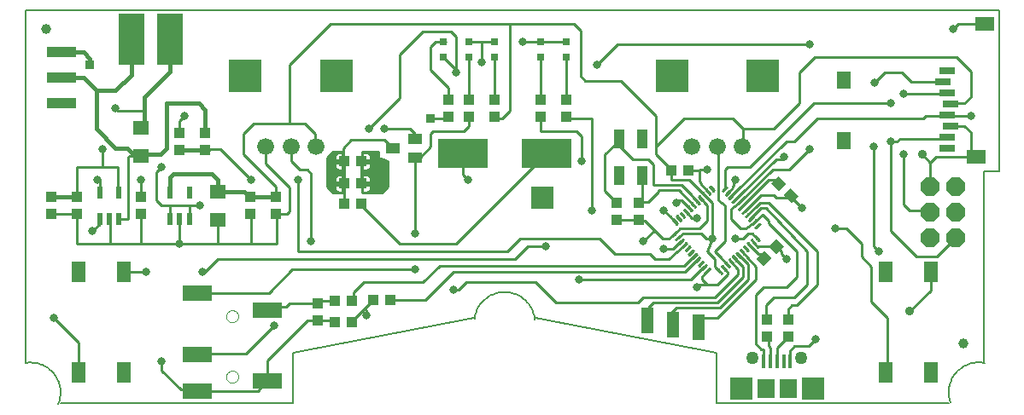
<source format=gtl>
G75*
%MOIN*%
%OFA0B0*%
%FSLAX24Y24*%
%IPPOS*%
%LPD*%
%AMOC8*
5,1,8,0,0,1.08239X$1,22.5*
%
%ADD10C,0.0080*%
%ADD11C,0.0079*%
%ADD12R,0.0900X0.0900*%
%ADD13OC8,0.0740*%
%ADD14R,0.0394X0.0433*%
%ADD15R,0.0315X0.0315*%
%ADD16R,0.0217X0.0472*%
%ADD17R,0.0433X0.0394*%
%ADD18C,0.0100*%
%ADD19R,0.0433X0.0748*%
%ADD20R,0.0630X0.0551*%
%ADD21R,0.0551X0.0827*%
%ADD22C,0.0660*%
%ADD23R,0.1260X0.1260*%
%ADD24R,0.1969X0.1181*%
%ADD25R,0.0500X0.1000*%
%ADD26R,0.0748X0.0551*%
%ADD27R,0.0551X0.0709*%
%ADD28R,0.0591X0.0276*%
%ADD29R,0.0551X0.0394*%
%ADD30R,0.1181X0.0394*%
%ADD31R,0.0157X0.0531*%
%ADD32R,0.0709X0.0748*%
%ADD33C,0.0502*%
%ADD34R,0.0886X0.0886*%
%ADD35R,0.1000X0.2000*%
%ADD36R,0.1181X0.0591*%
%ADD37C,0.0000*%
%ADD38C,0.0394*%
%ADD39C,0.0100*%
%ADD40C,0.0317*%
%ADD41C,0.0356*%
%ADD42C,0.0160*%
%ADD43R,0.0356X0.0356*%
D10*
X001687Y016424D02*
X039679Y016424D01*
D11*
X002967Y001023D02*
X002990Y001086D01*
X003010Y001151D01*
X003026Y001217D01*
X003039Y001283D01*
X003047Y001350D01*
X003052Y001417D01*
X003053Y001485D01*
X003050Y001552D01*
X003043Y001620D01*
X003032Y001686D01*
X003018Y001752D01*
X003000Y001818D01*
X002978Y001881D01*
X002952Y001944D01*
X002923Y002005D01*
X002891Y002064D01*
X002855Y002122D01*
X002816Y002177D01*
X002774Y002230D01*
X002728Y002280D01*
X002681Y002328D01*
X002630Y002373D01*
X002577Y002414D01*
X002522Y002453D01*
X002464Y002489D01*
X002405Y002521D01*
X002344Y002550D01*
X002281Y002575D01*
X002217Y002597D01*
X002152Y002615D01*
X002086Y002629D01*
X002019Y002640D01*
X001952Y002646D01*
X001884Y002649D01*
X001817Y002648D01*
X001749Y002643D01*
X001682Y002634D01*
X001687Y002645D02*
X001687Y016424D01*
X012120Y003038D02*
X019203Y004382D01*
X019211Y004376D02*
X019221Y004443D01*
X019236Y004509D01*
X019254Y004575D01*
X019276Y004639D01*
X019302Y004701D01*
X019331Y004763D01*
X019363Y004822D01*
X019399Y004879D01*
X019438Y004935D01*
X019481Y004988D01*
X019526Y005038D01*
X019574Y005086D01*
X019624Y005131D01*
X019678Y005173D01*
X019733Y005212D01*
X019791Y005247D01*
X019850Y005280D01*
X019911Y005309D01*
X019974Y005334D01*
X020038Y005355D01*
X020104Y005373D01*
X020170Y005387D01*
X020237Y005398D01*
X020304Y005404D01*
X020372Y005407D01*
X020440Y005406D01*
X020507Y005401D01*
X020574Y005392D01*
X020641Y005379D01*
X020707Y005362D01*
X020771Y005342D01*
X020835Y005318D01*
X020896Y005290D01*
X020957Y005259D01*
X021015Y005225D01*
X021071Y005187D01*
X021125Y005146D01*
X021177Y005102D01*
X021226Y005055D01*
X021272Y005006D01*
X021315Y004954D01*
X021355Y004899D01*
X021392Y004843D01*
X021426Y004784D01*
X021456Y004723D01*
X021483Y004661D01*
X021507Y004597D01*
X021526Y004533D01*
X021542Y004467D01*
X021554Y004400D01*
X021562Y004333D01*
X021603Y004382D02*
X028656Y003038D01*
X028656Y001070D01*
X037711Y001070D01*
X037784Y001088D02*
X037763Y001152D01*
X037747Y001216D01*
X037734Y001282D01*
X037724Y001348D01*
X037719Y001414D01*
X037717Y001481D01*
X037719Y001547D01*
X037725Y001614D01*
X037734Y001680D01*
X037747Y001745D01*
X037764Y001809D01*
X037785Y001873D01*
X037809Y001935D01*
X037837Y001996D01*
X037867Y002055D01*
X037902Y002112D01*
X037939Y002167D01*
X037980Y002220D01*
X038023Y002270D01*
X038069Y002318D01*
X038118Y002364D01*
X038169Y002406D01*
X038223Y002446D01*
X038279Y002482D01*
X038337Y002515D01*
X038396Y002545D01*
X038457Y002571D01*
X038520Y002594D01*
X038584Y002614D01*
X038649Y002629D01*
X038714Y002641D01*
X038780Y002650D01*
X038847Y002654D01*
X038913Y002655D01*
X038980Y002652D01*
X039046Y002645D01*
X039112Y002634D01*
X039089Y002645D02*
X039089Y010125D01*
X039679Y010125D01*
X039679Y016424D01*
X037805Y012782D02*
X037799Y012777D01*
X012120Y003038D02*
X012120Y001070D01*
X003065Y001070D01*
D12*
X021853Y009082D03*
D13*
X037006Y009542D03*
X038006Y009542D03*
X038006Y008542D03*
X037006Y008542D03*
X037006Y007542D03*
X038006Y007542D03*
D14*
X031441Y004336D03*
X031441Y003667D03*
X030619Y003667D03*
X030619Y004336D03*
X025612Y008235D03*
X025612Y008905D03*
X024762Y008905D03*
X024762Y008235D03*
X022790Y012251D03*
X021790Y012251D03*
X021790Y012920D03*
X022790Y012920D03*
X019990Y012920D03*
X018990Y012920D03*
X018190Y012920D03*
X018190Y012251D03*
X018990Y012251D03*
X019990Y012251D03*
X011453Y009117D03*
X010453Y009117D03*
X010453Y008448D03*
X011453Y008448D03*
X008703Y010948D03*
X007703Y010948D03*
X007703Y011617D03*
X008703Y011617D03*
X006203Y009117D03*
X006203Y008448D03*
X003703Y008448D03*
X002703Y008448D03*
X002703Y009117D03*
X003703Y009117D03*
X013078Y004967D03*
X013078Y004298D03*
D15*
X017990Y014590D03*
X018990Y014590D03*
X019990Y014590D03*
X019990Y015181D03*
X018990Y015181D03*
X017990Y015181D03*
X021790Y015181D03*
X022790Y015181D03*
X022790Y014590D03*
X021790Y014590D03*
D16*
X008077Y009294D03*
X007329Y009294D03*
X007329Y008271D03*
X007703Y008271D03*
X008077Y008271D03*
X005327Y008271D03*
X004953Y008271D03*
X004579Y008271D03*
X004579Y009294D03*
X005327Y009294D03*
D17*
X014118Y009657D03*
X014787Y009657D03*
X014787Y008863D03*
X014118Y008863D03*
X014118Y010521D03*
X014787Y010521D03*
X015268Y005082D03*
X015937Y005082D03*
X014437Y005057D03*
X013768Y005057D03*
X013768Y004232D03*
X014437Y004232D03*
X026881Y010147D03*
X027550Y010147D03*
G36*
X031075Y009939D02*
X031380Y009634D01*
X031101Y009355D01*
X030796Y009660D01*
X031075Y009939D01*
G37*
G36*
X031548Y009466D02*
X031853Y009161D01*
X031574Y008882D01*
X031269Y009187D01*
X031548Y009466D01*
G37*
G36*
X030701Y007181D02*
X031006Y007486D01*
X031285Y007207D01*
X030980Y006902D01*
X030701Y007181D01*
G37*
G36*
X030227Y006708D02*
X030532Y007013D01*
X030811Y006734D01*
X030506Y006429D01*
X030227Y006708D01*
G37*
D18*
X029877Y007044D02*
X029735Y007202D01*
X029877Y007044D02*
X029863Y007032D01*
X029721Y007190D01*
X029735Y007202D01*
X029774Y007131D02*
X029799Y007131D01*
X029881Y007334D02*
X030023Y007176D01*
X030009Y007164D01*
X029867Y007322D01*
X029881Y007334D01*
X029920Y007263D02*
X029945Y007263D01*
X030022Y007460D02*
X030164Y007302D01*
X030150Y007290D01*
X030008Y007448D01*
X030022Y007460D01*
X030061Y007389D02*
X030086Y007389D01*
X030168Y007592D02*
X030310Y007434D01*
X030296Y007422D01*
X030154Y007580D01*
X030168Y007592D01*
X030207Y007521D02*
X030232Y007521D01*
X030184Y007918D02*
X030342Y008060D01*
X030184Y007918D02*
X030172Y007932D01*
X030330Y008074D01*
X030342Y008060D01*
X030294Y008017D02*
X030267Y008017D01*
X030211Y008206D02*
X030053Y008064D01*
X030041Y008078D01*
X030199Y008220D01*
X030211Y008206D01*
X030163Y008163D02*
X030136Y008163D01*
X030085Y008346D02*
X029927Y008204D01*
X029915Y008218D01*
X030073Y008360D01*
X030085Y008346D01*
X030037Y008303D02*
X030010Y008303D01*
X029953Y008492D02*
X029795Y008350D01*
X029783Y008364D01*
X029941Y008506D01*
X029953Y008492D01*
X029905Y008449D02*
X029878Y008449D01*
X029827Y008632D02*
X029669Y008490D01*
X029657Y008504D01*
X029815Y008646D01*
X029827Y008632D01*
X029779Y008589D02*
X029752Y008589D01*
X029695Y008779D02*
X029537Y008637D01*
X029525Y008651D01*
X029683Y008793D01*
X029695Y008779D01*
X029647Y008736D02*
X029620Y008736D01*
X029551Y008939D02*
X029393Y008797D01*
X029551Y008939D02*
X029563Y008925D01*
X029405Y008783D01*
X029393Y008797D01*
X029488Y008882D02*
X029515Y008882D01*
X029425Y009079D02*
X029267Y008937D01*
X029425Y009079D02*
X029437Y009065D01*
X029279Y008923D01*
X029267Y008937D01*
X029362Y009022D02*
X029389Y009022D01*
X029293Y009225D02*
X029135Y009083D01*
X029293Y009225D02*
X029305Y009211D01*
X029147Y009069D01*
X029135Y009083D01*
X029230Y009168D02*
X029257Y009168D01*
X029167Y009365D02*
X029009Y009223D01*
X029167Y009365D02*
X029179Y009351D01*
X029021Y009209D01*
X029009Y009223D01*
X029104Y009308D02*
X029131Y009308D01*
X029036Y009512D02*
X028878Y009370D01*
X029036Y009512D02*
X029048Y009498D01*
X028890Y009356D01*
X028878Y009370D01*
X028973Y009455D02*
X029000Y009455D01*
X028552Y009386D02*
X028410Y009544D01*
X028552Y009386D02*
X028538Y009374D01*
X028396Y009532D01*
X028410Y009544D01*
X028449Y009473D02*
X028474Y009473D01*
X028264Y009413D02*
X028406Y009255D01*
X028392Y009243D01*
X028250Y009401D01*
X028264Y009413D01*
X028303Y009342D02*
X028328Y009342D01*
X028124Y009286D02*
X028266Y009128D01*
X028252Y009116D01*
X028110Y009274D01*
X028124Y009286D01*
X028163Y009215D02*
X028188Y009215D01*
X027977Y009155D02*
X028119Y008997D01*
X028105Y008985D01*
X027963Y009143D01*
X027977Y009155D01*
X028016Y009084D02*
X028041Y009084D01*
X027837Y009029D02*
X027979Y008871D01*
X027965Y008859D01*
X027823Y009017D01*
X027837Y009029D01*
X027876Y008958D02*
X027901Y008958D01*
X027691Y008897D02*
X027833Y008739D01*
X027819Y008727D01*
X027677Y008885D01*
X027691Y008897D01*
X027730Y008826D02*
X027755Y008826D01*
X027531Y008753D02*
X027673Y008595D01*
X027531Y008753D02*
X027545Y008765D01*
X027687Y008607D01*
X027673Y008595D01*
X027609Y008694D02*
X027584Y008694D01*
X027391Y008627D02*
X027533Y008469D01*
X027391Y008627D02*
X027405Y008639D01*
X027547Y008481D01*
X027533Y008469D01*
X027469Y008568D02*
X027444Y008568D01*
X027244Y008495D02*
X027386Y008337D01*
X027244Y008495D02*
X027258Y008507D01*
X027400Y008349D01*
X027386Y008337D01*
X027322Y008436D02*
X027297Y008436D01*
X027104Y008369D02*
X027246Y008211D01*
X027104Y008369D02*
X027118Y008381D01*
X027260Y008223D01*
X027246Y008211D01*
X027182Y008310D02*
X027157Y008310D01*
X026958Y008237D02*
X027100Y008079D01*
X026958Y008237D02*
X026972Y008249D01*
X027114Y008091D01*
X027100Y008079D01*
X027036Y008178D02*
X027011Y008178D01*
X027083Y007754D02*
X026925Y007612D01*
X027083Y007754D02*
X027095Y007740D01*
X026937Y007598D01*
X026925Y007612D01*
X027020Y007697D02*
X027047Y007697D01*
X027215Y007607D02*
X027057Y007465D01*
X027215Y007607D02*
X027227Y007593D01*
X027069Y007451D01*
X027057Y007465D01*
X027152Y007550D02*
X027179Y007550D01*
X027341Y007467D02*
X027183Y007325D01*
X027341Y007467D02*
X027353Y007453D01*
X027195Y007311D01*
X027183Y007325D01*
X027278Y007410D02*
X027305Y007410D01*
X027473Y007321D02*
X027315Y007179D01*
X027473Y007321D02*
X027485Y007307D01*
X027327Y007165D01*
X027315Y007179D01*
X027410Y007264D02*
X027437Y007264D01*
X027599Y007181D02*
X027441Y007039D01*
X027599Y007181D02*
X027611Y007167D01*
X027453Y007025D01*
X027441Y007039D01*
X027536Y007124D02*
X027563Y007124D01*
X027731Y007035D02*
X027573Y006893D01*
X027731Y007035D02*
X027743Y007021D01*
X027585Y006879D01*
X027573Y006893D01*
X027668Y006978D02*
X027695Y006978D01*
X027874Y006874D02*
X027716Y006732D01*
X027704Y006746D01*
X027862Y006888D01*
X027874Y006874D01*
X027826Y006831D02*
X027799Y006831D01*
X028001Y006734D02*
X027843Y006592D01*
X027831Y006606D01*
X027989Y006748D01*
X028001Y006734D01*
X027953Y006691D02*
X027926Y006691D01*
X028132Y006588D02*
X027974Y006446D01*
X027962Y006460D01*
X028120Y006602D01*
X028132Y006588D01*
X028084Y006545D02*
X028057Y006545D01*
X028258Y006448D02*
X028100Y006306D01*
X028088Y006320D01*
X028246Y006462D01*
X028258Y006448D01*
X028210Y006405D02*
X028183Y006405D01*
X028390Y006302D02*
X028232Y006160D01*
X028220Y006174D01*
X028378Y006316D01*
X028390Y006302D01*
X028342Y006259D02*
X028315Y006259D01*
X028716Y006285D02*
X028858Y006127D01*
X028716Y006285D02*
X028730Y006297D01*
X028872Y006139D01*
X028858Y006127D01*
X028794Y006226D02*
X028769Y006226D01*
X028862Y006417D02*
X029004Y006259D01*
X028862Y006417D02*
X028876Y006429D01*
X029018Y006271D01*
X029004Y006259D01*
X028940Y006358D02*
X028915Y006358D01*
X029002Y006543D02*
X029144Y006385D01*
X029002Y006543D02*
X029016Y006555D01*
X029158Y006397D01*
X029144Y006385D01*
X029080Y006484D02*
X029055Y006484D01*
X029148Y006675D02*
X029290Y006517D01*
X029148Y006675D02*
X029162Y006687D01*
X029304Y006529D01*
X029290Y006517D01*
X029226Y006616D02*
X029201Y006616D01*
X029289Y006801D02*
X029431Y006643D01*
X029289Y006801D02*
X029303Y006813D01*
X029445Y006655D01*
X029431Y006643D01*
X029367Y006742D02*
X029342Y006742D01*
X029435Y006932D02*
X029577Y006774D01*
X029435Y006932D02*
X029449Y006944D01*
X029591Y006786D01*
X029577Y006774D01*
X029513Y006873D02*
X029488Y006873D01*
X029595Y007076D02*
X029737Y006918D01*
X029723Y006906D01*
X029581Y007064D01*
X029595Y007076D01*
X029634Y007005D02*
X029659Y007005D01*
D19*
X025746Y009948D03*
X024841Y009948D03*
X024841Y011405D03*
X025746Y011405D03*
D20*
X009203Y009334D03*
X009203Y008231D03*
X006203Y010731D03*
X006203Y011834D03*
D21*
X005526Y006188D03*
X003754Y006188D03*
X003754Y002251D03*
X005526Y002251D03*
X035250Y002251D03*
X037022Y002251D03*
X037022Y006188D03*
X035250Y006188D03*
D22*
X029671Y011109D03*
X028687Y011109D03*
X027703Y011109D03*
X013026Y011109D03*
X012041Y011109D03*
X011057Y011109D03*
D23*
X010270Y013865D03*
X013813Y013865D03*
X026915Y013865D03*
X030459Y013865D03*
D24*
X022035Y010823D03*
X018741Y010823D03*
D25*
X025953Y004307D03*
X026953Y004132D03*
X027953Y004032D03*
D26*
X038783Y010690D03*
X039138Y015887D03*
D27*
X033626Y013682D03*
X033626Y011320D03*
D28*
X037484Y013643D03*
X037642Y014076D03*
X037642Y013210D03*
X037799Y012777D03*
X037642Y012344D03*
X037799Y011910D03*
X037642Y011477D03*
X037642Y011044D03*
D29*
X016886Y011406D03*
X016020Y011032D03*
X016886Y010658D03*
D30*
X003078Y012782D03*
X003078Y013782D03*
X003078Y014782D03*
D31*
X030506Y002695D03*
X030762Y002695D03*
X031018Y002695D03*
X031274Y002695D03*
X031530Y002695D03*
D32*
X031451Y001642D03*
X030585Y001642D03*
D33*
X030063Y002823D03*
X031972Y002823D03*
D34*
X032425Y001642D03*
X029610Y001642D03*
D35*
X007328Y015282D03*
X005828Y015282D03*
D36*
X008380Y005361D03*
X011136Y004692D03*
X008380Y002960D03*
X008380Y001542D03*
X011136Y001936D03*
D37*
X009522Y002094D02*
X009524Y002124D01*
X009530Y002154D01*
X009539Y002183D01*
X009552Y002210D01*
X009569Y002235D01*
X009588Y002258D01*
X009611Y002279D01*
X009636Y002296D01*
X009662Y002310D01*
X009691Y002320D01*
X009720Y002327D01*
X009750Y002330D01*
X009781Y002329D01*
X009811Y002324D01*
X009840Y002315D01*
X009867Y002303D01*
X009893Y002288D01*
X009917Y002269D01*
X009938Y002247D01*
X009956Y002223D01*
X009971Y002196D01*
X009982Y002168D01*
X009990Y002139D01*
X009994Y002109D01*
X009994Y002079D01*
X009990Y002049D01*
X009982Y002020D01*
X009971Y001992D01*
X009956Y001965D01*
X009938Y001941D01*
X009917Y001919D01*
X009893Y001900D01*
X009867Y001885D01*
X009840Y001873D01*
X009811Y001864D01*
X009781Y001859D01*
X009750Y001858D01*
X009720Y001861D01*
X009691Y001868D01*
X009662Y001878D01*
X009636Y001892D01*
X009611Y001909D01*
X009588Y001930D01*
X009569Y001953D01*
X009552Y001978D01*
X009539Y002005D01*
X009530Y002034D01*
X009524Y002064D01*
X009522Y002094D01*
X009522Y004456D02*
X009524Y004486D01*
X009530Y004516D01*
X009539Y004545D01*
X009552Y004572D01*
X009569Y004597D01*
X009588Y004620D01*
X009611Y004641D01*
X009636Y004658D01*
X009662Y004672D01*
X009691Y004682D01*
X009720Y004689D01*
X009750Y004692D01*
X009781Y004691D01*
X009811Y004686D01*
X009840Y004677D01*
X009867Y004665D01*
X009893Y004650D01*
X009917Y004631D01*
X009938Y004609D01*
X009956Y004585D01*
X009971Y004558D01*
X009982Y004530D01*
X009990Y004501D01*
X009994Y004471D01*
X009994Y004441D01*
X009990Y004411D01*
X009982Y004382D01*
X009971Y004354D01*
X009956Y004327D01*
X009938Y004303D01*
X009917Y004281D01*
X009893Y004262D01*
X009867Y004247D01*
X009840Y004235D01*
X009811Y004226D01*
X009781Y004221D01*
X009750Y004220D01*
X009720Y004223D01*
X009691Y004230D01*
X009662Y004240D01*
X009636Y004254D01*
X009611Y004271D01*
X009588Y004292D01*
X009569Y004315D01*
X009552Y004340D01*
X009539Y004367D01*
X009530Y004396D01*
X009524Y004426D01*
X009522Y004456D01*
D38*
X002503Y015682D03*
X038303Y003382D03*
D39*
X037022Y005476D02*
X036203Y004657D01*
X035328Y004407D02*
X035328Y002329D01*
X035250Y002251D01*
X032526Y003548D02*
X032261Y003282D01*
X031703Y003282D01*
X031530Y003109D01*
X031530Y002695D01*
X031018Y002695D02*
X031018Y003244D01*
X031441Y003667D01*
X031441Y004336D02*
X031441Y004720D01*
X031603Y004882D01*
X031803Y004882D01*
X032603Y005682D01*
X032603Y006982D01*
X030703Y008882D01*
X030353Y008882D01*
X030218Y008748D01*
X029868Y008428D01*
X029742Y008568D02*
X030103Y008882D01*
X030403Y009182D01*
X030903Y009182D01*
X031003Y009082D01*
X031470Y009082D01*
X031561Y009174D01*
X031561Y009124D01*
X032003Y008682D01*
X030703Y008182D02*
X030703Y008082D01*
X031803Y006982D01*
X031803Y005982D01*
X031403Y005582D01*
X030503Y005582D01*
X030203Y005282D01*
X030203Y003382D01*
X030406Y003179D01*
X030506Y003179D01*
X030506Y002695D01*
X030762Y002695D02*
X030762Y003223D01*
X030703Y003282D01*
X030703Y003583D01*
X030619Y003667D01*
X030626Y003659D01*
X030619Y004336D02*
X030603Y004352D01*
X030603Y004882D01*
X030903Y005182D01*
X031703Y005182D01*
X032203Y005682D01*
X032203Y006982D01*
X030603Y008682D01*
X030403Y008682D01*
X030002Y008282D01*
X030000Y008282D01*
X030126Y008142D02*
X029803Y007882D01*
X029603Y007882D01*
X029228Y008257D01*
X029228Y008658D01*
X029478Y008861D01*
X029631Y009011D01*
X030853Y010182D01*
X031503Y010182D01*
X032303Y010982D01*
X031703Y011282D02*
X031403Y011282D01*
X029368Y009297D01*
X029220Y009147D01*
X029094Y009287D02*
X029258Y009437D01*
X029403Y009782D01*
X029003Y009482D02*
X029003Y010182D01*
X029103Y010282D01*
X029953Y010282D01*
X032453Y012782D01*
X035453Y012782D01*
X035953Y013157D02*
X037590Y013157D01*
X037642Y013210D01*
X037805Y012782D02*
X038328Y012782D01*
X038578Y013032D01*
X038578Y014032D01*
X038028Y014582D01*
X032503Y014582D01*
X031903Y013982D01*
X031903Y012782D01*
X030903Y011782D01*
X029703Y011782D01*
X029703Y011141D01*
X029671Y011109D01*
X029703Y011782D02*
X029303Y012182D01*
X027403Y012182D01*
X026303Y011082D01*
X026303Y012281D01*
X024915Y013668D01*
X023537Y013668D01*
X023341Y013865D01*
X023341Y015637D01*
X023095Y015882D01*
X020585Y015882D01*
X020590Y015877D01*
X020590Y012486D01*
X020290Y012186D01*
X020056Y012186D01*
X019990Y012251D01*
X019003Y012238D02*
X019003Y011882D01*
X018803Y011682D01*
X017603Y011682D01*
X017503Y011582D01*
X017503Y011082D01*
X017079Y010658D01*
X016886Y010658D01*
X016903Y010642D01*
X016903Y007682D01*
X016303Y007282D02*
X018494Y007282D01*
X022035Y010823D01*
X021840Y011682D02*
X021790Y011732D01*
X021790Y012251D01*
X021806Y011682D02*
X021840Y011682D01*
X023203Y011682D01*
X023403Y011482D01*
X023403Y010532D01*
X024303Y010782D02*
X024303Y009364D01*
X024762Y008905D01*
X024762Y008235D02*
X025612Y008235D01*
X025665Y008182D01*
X025853Y008182D01*
X026215Y007820D01*
X026215Y007795D01*
X025803Y007382D01*
X026053Y006882D02*
X024703Y006882D01*
X024103Y007482D01*
X021003Y007482D01*
X020503Y006982D01*
X012328Y006982D01*
X012328Y009782D01*
X012403Y010182D02*
X012678Y010182D01*
X012828Y010032D01*
X012828Y007407D01*
X011503Y007282D02*
X011503Y008398D01*
X011453Y008448D01*
X011903Y008448D01*
X012003Y008548D01*
X012003Y009482D01*
X011057Y010428D01*
X011057Y011109D01*
X010203Y010782D02*
X010203Y011582D01*
X010603Y011982D01*
X012003Y011982D01*
X012003Y014282D01*
X013603Y015882D01*
X020585Y015882D01*
X021090Y015186D02*
X021785Y015186D01*
X021790Y015181D01*
X021090Y015186D02*
X022790Y015181D01*
X022790Y014590D02*
X022790Y012920D01*
X021790Y012920D02*
X021790Y014590D01*
X019990Y014590D02*
X019990Y012920D01*
X018990Y012920D02*
X018990Y014590D01*
X019490Y014386D02*
X019490Y015186D01*
X018995Y015186D01*
X018990Y015181D01*
X019490Y015186D02*
X019985Y015186D01*
X019990Y015181D01*
X018503Y015382D02*
X018503Y013998D01*
X018490Y013986D01*
X018490Y014090D01*
X017990Y014590D01*
X017490Y014986D02*
X017690Y015186D01*
X017985Y015186D01*
X017990Y015181D01*
X018085Y015186D01*
X017890Y015186D01*
X017490Y014986D02*
X017490Y014086D01*
X018190Y013386D01*
X018190Y012920D01*
X018190Y012251D02*
X018075Y012186D01*
X017490Y012186D01*
X016886Y011599D02*
X016703Y011782D01*
X015728Y011782D01*
X015703Y011807D01*
X015103Y011782D02*
X016303Y012982D01*
X016303Y014682D01*
X017203Y015582D01*
X018303Y015582D01*
X018503Y015382D01*
X018990Y012251D02*
X019003Y012238D01*
X018741Y010823D02*
X018741Y009995D01*
X018953Y009782D01*
X016886Y011406D02*
X016886Y011599D01*
X016020Y011032D02*
X015703Y011349D01*
X014395Y011349D01*
X014078Y011032D01*
X014078Y010561D01*
X014118Y010521D01*
X014118Y009657D01*
X014118Y008863D01*
X014078Y009282D02*
X013703Y009282D01*
X013453Y009532D01*
X013453Y010657D01*
X013703Y010907D01*
X014078Y010907D01*
X014078Y010569D01*
X014070Y010569D01*
X014070Y010868D01*
X013882Y010868D01*
X013844Y010857D01*
X013809Y010838D01*
X013782Y010810D01*
X013762Y010775D01*
X013752Y010737D01*
X013752Y010569D01*
X014070Y010569D01*
X014070Y010472D01*
X014078Y010472D01*
X014078Y009706D01*
X014070Y009706D01*
X014070Y010004D01*
X013882Y010004D01*
X013844Y009994D01*
X013809Y009974D01*
X013782Y009946D01*
X013762Y009912D01*
X013752Y009874D01*
X013752Y009706D01*
X014070Y009706D01*
X014070Y009609D01*
X014078Y009609D01*
X014078Y009282D01*
X014070Y009311D02*
X014070Y009609D01*
X013752Y009609D01*
X013752Y009441D01*
X013762Y009403D01*
X013782Y009369D01*
X013809Y009341D01*
X013844Y009321D01*
X013882Y009311D01*
X014070Y009311D01*
X014070Y009345D02*
X014078Y009345D01*
X014070Y009443D02*
X014078Y009443D01*
X014070Y009542D02*
X014078Y009542D01*
X014070Y009640D02*
X013453Y009640D01*
X013453Y009542D02*
X013752Y009542D01*
X013752Y009443D02*
X013542Y009443D01*
X013641Y009345D02*
X013806Y009345D01*
X013752Y009739D02*
X013453Y009739D01*
X013453Y009837D02*
X013752Y009837D01*
X013775Y009936D02*
X013453Y009936D01*
X013453Y010034D02*
X014078Y010034D01*
X014070Y009936D02*
X014078Y009936D01*
X014070Y009837D02*
X014078Y009837D01*
X014070Y009739D02*
X014078Y009739D01*
X014078Y010133D02*
X013453Y010133D01*
X013453Y010231D02*
X013782Y010231D01*
X013782Y010232D02*
X013809Y010204D01*
X013844Y010184D01*
X013882Y010174D01*
X014070Y010174D01*
X014070Y010472D01*
X013752Y010472D01*
X013752Y010304D01*
X013762Y010266D01*
X013782Y010232D01*
X013752Y010330D02*
X013453Y010330D01*
X013453Y010428D02*
X013752Y010428D01*
X013752Y010625D02*
X013453Y010625D01*
X013453Y010527D02*
X014070Y010527D01*
X014070Y010625D02*
X014078Y010625D01*
X014070Y010724D02*
X014078Y010724D01*
X014070Y010822D02*
X014078Y010822D01*
X013794Y010822D02*
X013617Y010822D01*
X013519Y010724D02*
X013752Y010724D01*
X014070Y010428D02*
X014078Y010428D01*
X014070Y010330D02*
X014078Y010330D01*
X014070Y010231D02*
X014078Y010231D01*
X014828Y010231D02*
X014836Y010231D01*
X014836Y010174D02*
X015024Y010174D01*
X015062Y010184D01*
X015096Y010204D01*
X015124Y010232D01*
X015144Y010266D01*
X015154Y010304D01*
X015154Y010472D01*
X014836Y010472D01*
X014836Y010569D01*
X015154Y010569D01*
X015154Y010737D01*
X015144Y010775D01*
X015124Y010810D01*
X015096Y010838D01*
X015062Y010857D01*
X015024Y010868D01*
X014836Y010868D01*
X014836Y010569D01*
X014828Y010569D01*
X014828Y010907D01*
X015453Y010907D01*
X015453Y010657D01*
X015828Y010532D01*
X015828Y009532D01*
X015578Y009282D01*
X014828Y009282D01*
X014828Y009609D01*
X014836Y009609D01*
X014836Y009706D01*
X015154Y009706D01*
X015154Y009874D01*
X015144Y009912D01*
X015124Y009946D01*
X015096Y009974D01*
X015062Y009994D01*
X015024Y010004D01*
X014836Y010004D01*
X014836Y009706D01*
X014828Y009706D01*
X014828Y010472D01*
X014836Y010472D01*
X014836Y010174D01*
X014828Y010133D02*
X015828Y010133D01*
X015828Y010231D02*
X015123Y010231D01*
X015154Y010330D02*
X015828Y010330D01*
X015828Y010428D02*
X015154Y010428D01*
X015154Y010625D02*
X015550Y010625D01*
X015453Y010724D02*
X015154Y010724D01*
X015112Y010822D02*
X015453Y010822D01*
X015828Y010527D02*
X014836Y010527D01*
X014787Y010521D02*
X014787Y009657D01*
X014836Y009640D02*
X015828Y009640D01*
X015828Y009542D02*
X015154Y009542D01*
X015154Y009609D02*
X014836Y009609D01*
X014836Y009311D01*
X015024Y009311D01*
X015062Y009321D01*
X015096Y009341D01*
X015124Y009369D01*
X015144Y009403D01*
X015154Y009441D01*
X015154Y009609D01*
X015154Y009739D02*
X015828Y009739D01*
X015828Y009837D02*
X015154Y009837D01*
X015130Y009936D02*
X015828Y009936D01*
X015828Y010034D02*
X014828Y010034D01*
X014828Y009936D02*
X014836Y009936D01*
X014828Y009837D02*
X014836Y009837D01*
X014828Y009739D02*
X014836Y009739D01*
X014828Y009542D02*
X014836Y009542D01*
X014828Y009443D02*
X014836Y009443D01*
X014828Y009345D02*
X014836Y009345D01*
X015100Y009345D02*
X015640Y009345D01*
X015738Y009443D02*
X015154Y009443D01*
X014787Y008863D02*
X014787Y008798D01*
X016303Y007282D01*
X017203Y005782D02*
X017852Y006432D01*
X027393Y006432D01*
X027771Y006810D01*
X027789Y006810D01*
X027901Y006670D02*
X027916Y006670D01*
X027902Y006670D01*
X027414Y006182D01*
X018403Y006182D01*
X017303Y005082D01*
X015937Y005082D01*
X015268Y005082D02*
X014935Y004750D01*
X015003Y004682D01*
X015003Y004482D01*
X014935Y004750D02*
X014437Y004252D01*
X014437Y004232D01*
X013768Y004232D02*
X013703Y004298D01*
X013078Y004298D01*
X013062Y004282D01*
X012703Y004282D01*
X011136Y002716D01*
X011136Y001936D01*
X010742Y001542D01*
X008380Y001542D01*
X008144Y001636D01*
X008090Y001582D01*
X007753Y001582D01*
X007003Y002332D01*
X007003Y002682D01*
X007985Y001700D02*
X008144Y001636D01*
X008380Y002960D02*
X008403Y002982D01*
X010303Y002982D01*
X011403Y004082D01*
X011136Y004692D02*
X011276Y004832D01*
X011853Y004832D01*
X011987Y004967D01*
X013078Y004967D01*
X013168Y005057D01*
X013768Y005057D01*
X014437Y005057D02*
X014503Y005123D01*
X014503Y005382D01*
X014903Y005782D01*
X017203Y005782D01*
X016903Y006282D02*
X012103Y006282D01*
X011181Y005361D01*
X008380Y005361D01*
X008603Y006182D02*
X008703Y006182D01*
X009203Y006682D01*
X020803Y006682D01*
X021303Y007182D01*
X022003Y007182D01*
X023803Y008582D02*
X023803Y011982D01*
X023796Y012186D01*
X022806Y012186D01*
X022790Y012251D01*
X024303Y010782D02*
X024753Y011232D01*
X025403Y010582D01*
X026003Y010582D01*
X026203Y010382D01*
X026203Y009582D01*
X027303Y009582D01*
X027651Y009234D01*
X027901Y008944D01*
X028041Y009070D02*
X028191Y008894D01*
X028303Y008782D01*
X028303Y008182D01*
X028003Y007882D01*
X027217Y007882D01*
X027010Y007676D01*
X026996Y007676D01*
X026803Y007482D01*
X026553Y007482D01*
X026215Y007820D01*
X026871Y008364D02*
X026603Y008582D01*
X026871Y008364D02*
X027036Y008164D01*
X027353Y007682D02*
X028053Y007682D01*
X028253Y007482D01*
X028503Y007482D01*
X028503Y007503D01*
X028303Y006982D01*
X028603Y006682D01*
X028603Y006412D01*
X028794Y006212D01*
X028940Y006344D02*
X029103Y006181D01*
X029103Y006082D01*
X028703Y005682D01*
X028303Y005682D01*
X028003Y005682D01*
X027903Y005582D01*
X028103Y005882D02*
X028303Y005682D01*
X028103Y005882D02*
X028103Y005982D01*
X028205Y006135D01*
X028305Y006238D01*
X028173Y006384D02*
X027672Y005882D01*
X023303Y005882D01*
X022403Y004982D02*
X021603Y005782D01*
X018903Y005782D01*
X018603Y005482D01*
X018403Y005482D01*
X022403Y004982D02*
X025603Y004982D01*
X025803Y005182D01*
X028603Y005182D01*
X029503Y006082D01*
X029503Y006282D01*
X029426Y006359D01*
X029226Y006602D01*
X029367Y006719D02*
X029703Y006382D01*
X029703Y005982D01*
X028703Y004982D01*
X026203Y004982D01*
X026003Y004782D01*
X026003Y004082D01*
X025953Y004307D01*
X026903Y004082D02*
X026953Y004132D01*
X026903Y004082D02*
X026903Y004582D01*
X027103Y004782D01*
X028803Y004782D01*
X029903Y005882D01*
X029903Y006482D01*
X029726Y006659D01*
X029513Y006859D01*
X029367Y006728D02*
X029367Y006719D01*
X029080Y006470D02*
X028830Y006755D01*
X028603Y006982D01*
X028692Y007096D01*
X029003Y007407D01*
X029003Y008782D01*
X028716Y008982D01*
X028720Y011094D01*
X028687Y011109D01*
X028303Y010182D02*
X028003Y010182D01*
X028003Y010178D01*
X027581Y010178D01*
X027550Y010147D01*
X027603Y009782D02*
X026903Y009782D01*
X026903Y010125D01*
X026881Y010147D01*
X026804Y010081D01*
X026804Y010281D01*
X026303Y010782D01*
X026303Y011082D01*
X024841Y011320D02*
X024753Y011232D01*
X024841Y011320D02*
X024841Y011405D01*
X025746Y009948D02*
X025746Y009038D01*
X025612Y008905D01*
X025640Y008932D01*
X026003Y008932D01*
X026403Y009332D01*
X026403Y009382D01*
X027184Y009382D01*
X027755Y008812D01*
X027609Y008680D02*
X027509Y008777D01*
X027303Y008982D01*
X027203Y008982D01*
X027103Y008882D01*
X027469Y008554D02*
X027669Y008317D01*
X027703Y008282D01*
X027903Y008282D01*
X027353Y007682D02*
X027142Y007529D01*
X027268Y007389D02*
X027168Y007298D01*
X026953Y007082D01*
X026603Y007082D01*
X026803Y006682D02*
X026253Y006682D01*
X026053Y006882D01*
X026803Y006682D02*
X027113Y006993D01*
X027400Y007243D01*
X028503Y007503D02*
X028503Y008886D01*
X028188Y009201D01*
X028184Y009201D01*
X027603Y009782D01*
X028003Y009782D02*
X028028Y009658D01*
X028328Y009328D01*
X028003Y009782D02*
X028003Y010178D01*
X028963Y009434D02*
X029003Y009482D01*
X029352Y009001D02*
X029621Y009251D01*
X031003Y010582D01*
X031203Y010582D01*
X031303Y010682D01*
X031703Y011282D02*
X032603Y012182D01*
X036728Y012182D01*
X036828Y012282D01*
X037581Y012282D01*
X037642Y012344D01*
X037703Y012282D01*
X038578Y012282D01*
X038325Y011910D02*
X038578Y011657D01*
X038578Y010690D01*
X037217Y010690D01*
X037006Y010479D01*
X036703Y010782D01*
X037006Y010479D02*
X037006Y009542D01*
X037003Y009545D01*
X037003Y010182D01*
X035953Y010782D02*
X035953Y008832D01*
X036203Y008582D01*
X036966Y008582D01*
X037006Y008542D01*
X035453Y007782D02*
X036453Y006782D01*
X037246Y006782D01*
X038006Y007542D01*
X037022Y006188D02*
X037022Y005476D01*
X035328Y004407D02*
X034703Y005032D01*
X034703Y006407D01*
X034328Y006782D01*
X034328Y007282D01*
X033728Y007882D01*
X033303Y007882D01*
X034803Y007182D02*
X034978Y006982D01*
X034803Y007182D02*
X034803Y011082D01*
X035453Y011282D02*
X035703Y011282D01*
X035828Y011407D01*
X037572Y011407D01*
X037642Y011477D01*
X037799Y011910D02*
X038325Y011910D01*
X038578Y010690D02*
X038783Y010690D01*
X035453Y011282D02*
X035453Y007782D01*
X031403Y006682D02*
X031203Y006882D01*
X031203Y006984D01*
X030993Y007194D01*
X030993Y007193D01*
X030993Y007194D02*
X030981Y007182D01*
X030303Y007182D01*
X030260Y007175D01*
X030086Y007375D01*
X029945Y007249D02*
X029945Y007240D01*
X030303Y006882D01*
X030358Y006882D01*
X030519Y006721D01*
X030203Y006382D02*
X030203Y005882D01*
X028703Y004382D01*
X028003Y004382D01*
X027903Y004282D01*
X027953Y004032D01*
X030619Y004336D02*
X030628Y004345D01*
X030203Y006382D02*
X029859Y006776D01*
X029659Y006991D01*
X029703Y007482D02*
X029403Y007482D01*
X029703Y007482D02*
X029903Y007682D01*
X030056Y007682D01*
X030232Y007507D01*
X030126Y008142D02*
X030443Y008442D01*
X030703Y008182D01*
X029935Y009015D02*
X029610Y008715D01*
X029935Y009015D02*
X030703Y009782D01*
X030953Y009782D01*
X031088Y009647D01*
X028173Y006384D02*
X028073Y006303D01*
X034828Y013582D02*
X035228Y013982D01*
X035903Y013982D01*
X036243Y013643D01*
X037484Y013643D01*
X037903Y015682D02*
X038107Y015887D01*
X039138Y015887D01*
X032303Y015082D02*
X024787Y015082D01*
X023990Y014286D01*
X014836Y010822D02*
X014828Y010822D01*
X014828Y010724D02*
X014836Y010724D01*
X014828Y010625D02*
X014836Y010625D01*
X014828Y010428D02*
X014836Y010428D01*
X014828Y010330D02*
X014836Y010330D01*
X013026Y011109D02*
X013003Y011132D01*
X013003Y011582D01*
X012603Y011982D01*
X012003Y011982D01*
X012041Y011109D02*
X012041Y010544D01*
X012403Y010182D01*
X011453Y009532D02*
X010203Y010782D01*
X009303Y010982D02*
X010503Y009782D01*
X011453Y009532D02*
X011453Y009117D01*
X010503Y008398D02*
X010453Y008448D01*
X010503Y008398D02*
X010503Y007282D01*
X011503Y007282D01*
X010503Y007282D02*
X009203Y007282D01*
X009203Y008231D01*
X008503Y008782D02*
X008103Y008782D01*
X008103Y008297D01*
X008077Y008271D01*
X007703Y008271D02*
X007703Y007282D01*
X009203Y007282D01*
X007703Y007282D02*
X006203Y007282D01*
X005003Y007282D01*
X003703Y007282D01*
X003703Y008448D01*
X002703Y008448D01*
X003703Y009117D02*
X003703Y010282D01*
X004703Y010282D01*
X004703Y010982D01*
X004703Y010282D02*
X005303Y010282D01*
X005303Y009318D01*
X005327Y009294D01*
X004579Y009294D02*
X004579Y009758D01*
X004503Y009782D01*
X005703Y010682D02*
X005752Y010731D01*
X005953Y010731D01*
X006203Y010731D01*
X005703Y010682D02*
X005703Y008282D01*
X005691Y008271D01*
X005327Y008271D01*
X005003Y008221D02*
X004953Y008271D01*
X005003Y008221D02*
X005003Y007282D01*
X004303Y007782D02*
X004579Y008058D01*
X004579Y008271D01*
X006203Y008448D02*
X006203Y007282D01*
X006403Y006182D02*
X005526Y006188D01*
X002803Y004382D02*
X003754Y003431D01*
X003754Y002251D01*
X008380Y002960D02*
X008445Y003182D01*
X010742Y001700D02*
X011136Y001936D01*
X007329Y008271D02*
X007329Y008756D01*
X007303Y008782D01*
X007003Y008782D01*
X006803Y008982D01*
X006803Y010082D01*
X007003Y010282D01*
X006203Y009782D02*
X006203Y009117D01*
X007303Y008782D02*
X008103Y008782D01*
X008703Y010948D02*
X009103Y010982D01*
X009303Y010982D01*
X007703Y011617D02*
X007703Y012082D01*
X007903Y012282D01*
X006309Y012489D02*
X006309Y011940D01*
X006203Y011834D01*
X006303Y012482D02*
X005303Y012482D01*
X005203Y012582D01*
X006303Y012482D02*
X006309Y012489D01*
D40*
X005203Y012582D03*
X007903Y012282D03*
X007003Y010282D03*
X006203Y009782D03*
X004503Y009782D03*
X004703Y010982D03*
X008503Y008782D03*
X010503Y009782D03*
X012328Y009782D03*
X015578Y010157D03*
X015703Y011807D03*
X015103Y011782D03*
X018490Y013986D03*
X019490Y014386D03*
X021090Y015186D03*
X023990Y014286D03*
X023403Y010532D03*
X023803Y008582D03*
X022003Y007182D03*
X023303Y005882D03*
X025803Y007382D03*
X026603Y007082D03*
X027903Y008282D03*
X027103Y008882D03*
X026603Y008582D03*
X028503Y007482D03*
X029403Y007482D03*
X031403Y006682D03*
X033303Y007882D03*
X032003Y008682D03*
X029403Y009782D03*
X028303Y010182D03*
X031303Y010682D03*
X032303Y010982D03*
X034803Y011082D03*
X035453Y011282D03*
X035953Y010782D03*
X038578Y012282D03*
X035953Y013157D03*
X035453Y012782D03*
X034828Y013582D03*
X032303Y015082D03*
X037903Y015682D03*
X034978Y006982D03*
X032526Y003548D03*
X027903Y005582D03*
X018953Y009782D03*
X016903Y007682D03*
X016903Y006282D03*
X018403Y005482D03*
X015003Y004482D03*
X011403Y004082D03*
X008603Y006182D03*
X007703Y007282D03*
X006403Y006182D03*
X004303Y007782D03*
X002803Y004382D03*
X007003Y002682D03*
X012828Y007407D03*
D41*
X036203Y004657D03*
X036703Y010782D03*
D42*
X016020Y011032D02*
X015828Y011032D01*
X011453Y009117D02*
X010453Y009117D01*
X010236Y009334D01*
X009203Y009334D01*
X009203Y009782D01*
X008953Y010032D01*
X007453Y010032D01*
X007329Y009908D01*
X007329Y009294D01*
X006203Y010731D02*
X006254Y010782D01*
X006953Y010782D01*
X007203Y011032D01*
X007203Y012782D01*
X008453Y012782D01*
X008703Y012532D01*
X008703Y011617D01*
X008703Y010948D02*
X007703Y010948D01*
X006328Y011959D02*
X006203Y011834D01*
X006328Y011959D02*
X006328Y013032D01*
X007328Y014032D01*
X007328Y015282D01*
X005828Y015282D02*
X005828Y013907D01*
X005203Y013282D01*
X004453Y013282D01*
X004453Y011782D01*
X005203Y011032D01*
X005652Y011032D01*
X005953Y010731D01*
X004579Y009408D02*
X004579Y009294D01*
X003703Y009117D02*
X002703Y009117D01*
X004453Y013282D02*
X003953Y013782D01*
X003078Y013782D01*
X004203Y014282D02*
X004203Y014532D01*
X003953Y014782D01*
X003078Y014782D01*
D43*
X004203Y014282D03*
X017490Y012186D03*
M02*

</source>
